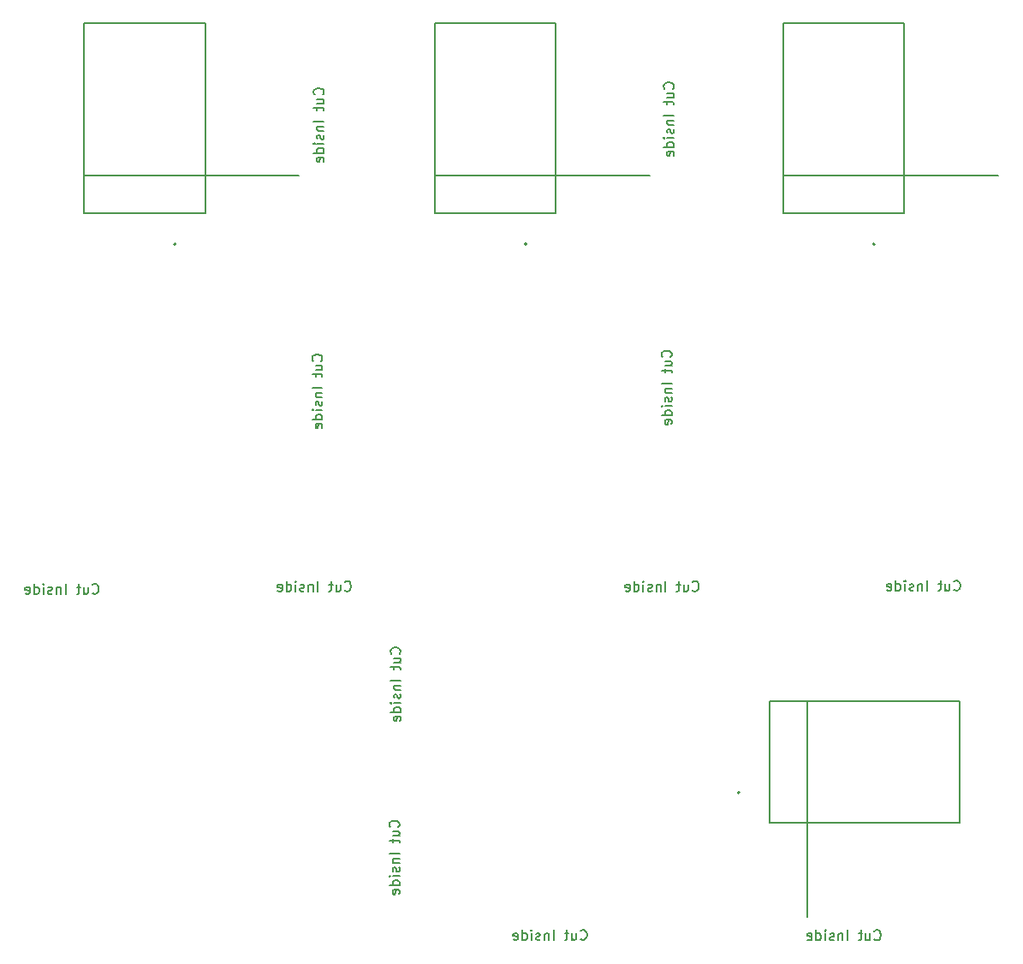
<source format=gbr>
G04 #@! TF.GenerationSoftware,KiCad,Pcbnew,5.1.9-73d0e3b20d~88~ubuntu20.04.1*
G04 #@! TF.CreationDate,2021-06-09T12:04:27-03:00*
G04 #@! TF.ProjectId,adaptador_db15_usb,61646170-7461-4646-9f72-5f646231355f,rev?*
G04 #@! TF.SameCoordinates,Original*
G04 #@! TF.FileFunction,Other,Fab,Bot*
%FSLAX46Y46*%
G04 Gerber Fmt 4.6, Leading zero omitted, Abs format (unit mm)*
G04 Created by KiCad (PCBNEW 5.1.9-73d0e3b20d~88~ubuntu20.04.1) date 2021-06-09 12:04:27*
%MOMM*%
%LPD*%
G01*
G04 APERTURE LIST*
%ADD10C,0.150000*%
%ADD11C,0.200000*%
%ADD12C,0.127000*%
G04 APERTURE END LIST*
D10*
X177747142Y-77996190D02*
X177794761Y-77948571D01*
X177842380Y-77805714D01*
X177842380Y-77710476D01*
X177794761Y-77567619D01*
X177699523Y-77472380D01*
X177604285Y-77424761D01*
X177413809Y-77377142D01*
X177270952Y-77377142D01*
X177080476Y-77424761D01*
X176985238Y-77472380D01*
X176890000Y-77567619D01*
X176842380Y-77710476D01*
X176842380Y-77805714D01*
X176890000Y-77948571D01*
X176937619Y-77996190D01*
X177175714Y-78853333D02*
X177842380Y-78853333D01*
X177175714Y-78424761D02*
X177699523Y-78424761D01*
X177794761Y-78472380D01*
X177842380Y-78567619D01*
X177842380Y-78710476D01*
X177794761Y-78805714D01*
X177747142Y-78853333D01*
X177175714Y-79186666D02*
X177175714Y-79567619D01*
X176842380Y-79329523D02*
X177699523Y-79329523D01*
X177794761Y-79377142D01*
X177842380Y-79472380D01*
X177842380Y-79567619D01*
X177842380Y-80662857D02*
X176842380Y-80662857D01*
X177175714Y-81139047D02*
X177842380Y-81139047D01*
X177270952Y-81139047D02*
X177223333Y-81186666D01*
X177175714Y-81281904D01*
X177175714Y-81424761D01*
X177223333Y-81520000D01*
X177318571Y-81567619D01*
X177842380Y-81567619D01*
X177794761Y-81996190D02*
X177842380Y-82091428D01*
X177842380Y-82281904D01*
X177794761Y-82377142D01*
X177699523Y-82424761D01*
X177651904Y-82424761D01*
X177556666Y-82377142D01*
X177509047Y-82281904D01*
X177509047Y-82139047D01*
X177461428Y-82043809D01*
X177366190Y-81996190D01*
X177318571Y-81996190D01*
X177223333Y-82043809D01*
X177175714Y-82139047D01*
X177175714Y-82281904D01*
X177223333Y-82377142D01*
X177842380Y-82853333D02*
X177175714Y-82853333D01*
X176842380Y-82853333D02*
X176890000Y-82805714D01*
X176937619Y-82853333D01*
X176890000Y-82900952D01*
X176842380Y-82853333D01*
X176937619Y-82853333D01*
X177842380Y-83758095D02*
X176842380Y-83758095D01*
X177794761Y-83758095D02*
X177842380Y-83662857D01*
X177842380Y-83472380D01*
X177794761Y-83377142D01*
X177747142Y-83329523D01*
X177651904Y-83281904D01*
X177366190Y-83281904D01*
X177270952Y-83329523D01*
X177223333Y-83377142D01*
X177175714Y-83472380D01*
X177175714Y-83662857D01*
X177223333Y-83758095D01*
X177794761Y-84615238D02*
X177842380Y-84520000D01*
X177842380Y-84329523D01*
X177794761Y-84234285D01*
X177699523Y-84186666D01*
X177318571Y-84186666D01*
X177223333Y-84234285D01*
X177175714Y-84329523D01*
X177175714Y-84520000D01*
X177223333Y-84615238D01*
X177318571Y-84662857D01*
X177413809Y-84662857D01*
X177509047Y-84186666D01*
X177957142Y-51476190D02*
X178004761Y-51428571D01*
X178052380Y-51285714D01*
X178052380Y-51190476D01*
X178004761Y-51047619D01*
X177909523Y-50952380D01*
X177814285Y-50904761D01*
X177623809Y-50857142D01*
X177480952Y-50857142D01*
X177290476Y-50904761D01*
X177195238Y-50952380D01*
X177100000Y-51047619D01*
X177052380Y-51190476D01*
X177052380Y-51285714D01*
X177100000Y-51428571D01*
X177147619Y-51476190D01*
X177385714Y-52333333D02*
X178052380Y-52333333D01*
X177385714Y-51904761D02*
X177909523Y-51904761D01*
X178004761Y-51952380D01*
X178052380Y-52047619D01*
X178052380Y-52190476D01*
X178004761Y-52285714D01*
X177957142Y-52333333D01*
X177385714Y-52666666D02*
X177385714Y-53047619D01*
X177052380Y-52809523D02*
X177909523Y-52809523D01*
X178004761Y-52857142D01*
X178052380Y-52952380D01*
X178052380Y-53047619D01*
X178052380Y-54142857D02*
X177052380Y-54142857D01*
X177385714Y-54619047D02*
X178052380Y-54619047D01*
X177480952Y-54619047D02*
X177433333Y-54666666D01*
X177385714Y-54761904D01*
X177385714Y-54904761D01*
X177433333Y-55000000D01*
X177528571Y-55047619D01*
X178052380Y-55047619D01*
X178004761Y-55476190D02*
X178052380Y-55571428D01*
X178052380Y-55761904D01*
X178004761Y-55857142D01*
X177909523Y-55904761D01*
X177861904Y-55904761D01*
X177766666Y-55857142D01*
X177719047Y-55761904D01*
X177719047Y-55619047D01*
X177671428Y-55523809D01*
X177576190Y-55476190D01*
X177528571Y-55476190D01*
X177433333Y-55523809D01*
X177385714Y-55619047D01*
X177385714Y-55761904D01*
X177433333Y-55857142D01*
X178052380Y-56333333D02*
X177385714Y-56333333D01*
X177052380Y-56333333D02*
X177100000Y-56285714D01*
X177147619Y-56333333D01*
X177100000Y-56380952D01*
X177052380Y-56333333D01*
X177147619Y-56333333D01*
X178052380Y-57238095D02*
X177052380Y-57238095D01*
X178004761Y-57238095D02*
X178052380Y-57142857D01*
X178052380Y-56952380D01*
X178004761Y-56857142D01*
X177957142Y-56809523D01*
X177861904Y-56761904D01*
X177576190Y-56761904D01*
X177480952Y-56809523D01*
X177433333Y-56857142D01*
X177385714Y-56952380D01*
X177385714Y-57142857D01*
X177433333Y-57238095D01*
X178004761Y-58095238D02*
X178052380Y-58000000D01*
X178052380Y-57809523D01*
X178004761Y-57714285D01*
X177909523Y-57666666D01*
X177528571Y-57666666D01*
X177433333Y-57714285D01*
X177385714Y-57809523D01*
X177385714Y-58000000D01*
X177433333Y-58095238D01*
X177528571Y-58142857D01*
X177623809Y-58142857D01*
X177719047Y-57666666D01*
X143337142Y-52056190D02*
X143384761Y-52008571D01*
X143432380Y-51865714D01*
X143432380Y-51770476D01*
X143384761Y-51627619D01*
X143289523Y-51532380D01*
X143194285Y-51484761D01*
X143003809Y-51437142D01*
X142860952Y-51437142D01*
X142670476Y-51484761D01*
X142575238Y-51532380D01*
X142480000Y-51627619D01*
X142432380Y-51770476D01*
X142432380Y-51865714D01*
X142480000Y-52008571D01*
X142527619Y-52056190D01*
X142765714Y-52913333D02*
X143432380Y-52913333D01*
X142765714Y-52484761D02*
X143289523Y-52484761D01*
X143384761Y-52532380D01*
X143432380Y-52627619D01*
X143432380Y-52770476D01*
X143384761Y-52865714D01*
X143337142Y-52913333D01*
X142765714Y-53246666D02*
X142765714Y-53627619D01*
X142432380Y-53389523D02*
X143289523Y-53389523D01*
X143384761Y-53437142D01*
X143432380Y-53532380D01*
X143432380Y-53627619D01*
X143432380Y-54722857D02*
X142432380Y-54722857D01*
X142765714Y-55199047D02*
X143432380Y-55199047D01*
X142860952Y-55199047D02*
X142813333Y-55246666D01*
X142765714Y-55341904D01*
X142765714Y-55484761D01*
X142813333Y-55580000D01*
X142908571Y-55627619D01*
X143432380Y-55627619D01*
X143384761Y-56056190D02*
X143432380Y-56151428D01*
X143432380Y-56341904D01*
X143384761Y-56437142D01*
X143289523Y-56484761D01*
X143241904Y-56484761D01*
X143146666Y-56437142D01*
X143099047Y-56341904D01*
X143099047Y-56199047D01*
X143051428Y-56103809D01*
X142956190Y-56056190D01*
X142908571Y-56056190D01*
X142813333Y-56103809D01*
X142765714Y-56199047D01*
X142765714Y-56341904D01*
X142813333Y-56437142D01*
X143432380Y-56913333D02*
X142765714Y-56913333D01*
X142432380Y-56913333D02*
X142480000Y-56865714D01*
X142527619Y-56913333D01*
X142480000Y-56960952D01*
X142432380Y-56913333D01*
X142527619Y-56913333D01*
X143432380Y-57818095D02*
X142432380Y-57818095D01*
X143384761Y-57818095D02*
X143432380Y-57722857D01*
X143432380Y-57532380D01*
X143384761Y-57437142D01*
X143337142Y-57389523D01*
X143241904Y-57341904D01*
X142956190Y-57341904D01*
X142860952Y-57389523D01*
X142813333Y-57437142D01*
X142765714Y-57532380D01*
X142765714Y-57722857D01*
X142813333Y-57818095D01*
X143384761Y-58675238D02*
X143432380Y-58580000D01*
X143432380Y-58389523D01*
X143384761Y-58294285D01*
X143289523Y-58246666D01*
X142908571Y-58246666D01*
X142813333Y-58294285D01*
X142765714Y-58389523D01*
X142765714Y-58580000D01*
X142813333Y-58675238D01*
X142908571Y-58722857D01*
X143003809Y-58722857D01*
X143099047Y-58246666D01*
X143187142Y-78396190D02*
X143234761Y-78348571D01*
X143282380Y-78205714D01*
X143282380Y-78110476D01*
X143234761Y-77967619D01*
X143139523Y-77872380D01*
X143044285Y-77824761D01*
X142853809Y-77777142D01*
X142710952Y-77777142D01*
X142520476Y-77824761D01*
X142425238Y-77872380D01*
X142330000Y-77967619D01*
X142282380Y-78110476D01*
X142282380Y-78205714D01*
X142330000Y-78348571D01*
X142377619Y-78396190D01*
X142615714Y-79253333D02*
X143282380Y-79253333D01*
X142615714Y-78824761D02*
X143139523Y-78824761D01*
X143234761Y-78872380D01*
X143282380Y-78967619D01*
X143282380Y-79110476D01*
X143234761Y-79205714D01*
X143187142Y-79253333D01*
X142615714Y-79586666D02*
X142615714Y-79967619D01*
X142282380Y-79729523D02*
X143139523Y-79729523D01*
X143234761Y-79777142D01*
X143282380Y-79872380D01*
X143282380Y-79967619D01*
X143282380Y-81062857D02*
X142282380Y-81062857D01*
X142615714Y-81539047D02*
X143282380Y-81539047D01*
X142710952Y-81539047D02*
X142663333Y-81586666D01*
X142615714Y-81681904D01*
X142615714Y-81824761D01*
X142663333Y-81920000D01*
X142758571Y-81967619D01*
X143282380Y-81967619D01*
X143234761Y-82396190D02*
X143282380Y-82491428D01*
X143282380Y-82681904D01*
X143234761Y-82777142D01*
X143139523Y-82824761D01*
X143091904Y-82824761D01*
X142996666Y-82777142D01*
X142949047Y-82681904D01*
X142949047Y-82539047D01*
X142901428Y-82443809D01*
X142806190Y-82396190D01*
X142758571Y-82396190D01*
X142663333Y-82443809D01*
X142615714Y-82539047D01*
X142615714Y-82681904D01*
X142663333Y-82777142D01*
X143282380Y-83253333D02*
X142615714Y-83253333D01*
X142282380Y-83253333D02*
X142330000Y-83205714D01*
X142377619Y-83253333D01*
X142330000Y-83300952D01*
X142282380Y-83253333D01*
X142377619Y-83253333D01*
X143282380Y-84158095D02*
X142282380Y-84158095D01*
X143234761Y-84158095D02*
X143282380Y-84062857D01*
X143282380Y-83872380D01*
X143234761Y-83777142D01*
X143187142Y-83729523D01*
X143091904Y-83681904D01*
X142806190Y-83681904D01*
X142710952Y-83729523D01*
X142663333Y-83777142D01*
X142615714Y-83872380D01*
X142615714Y-84062857D01*
X142663333Y-84158095D01*
X143234761Y-85015238D02*
X143282380Y-84920000D01*
X143282380Y-84729523D01*
X143234761Y-84634285D01*
X143139523Y-84586666D01*
X142758571Y-84586666D01*
X142663333Y-84634285D01*
X142615714Y-84729523D01*
X142615714Y-84920000D01*
X142663333Y-85015238D01*
X142758571Y-85062857D01*
X142853809Y-85062857D01*
X142949047Y-84586666D01*
X150937142Y-107356190D02*
X150984761Y-107308571D01*
X151032380Y-107165714D01*
X151032380Y-107070476D01*
X150984761Y-106927619D01*
X150889523Y-106832380D01*
X150794285Y-106784761D01*
X150603809Y-106737142D01*
X150460952Y-106737142D01*
X150270476Y-106784761D01*
X150175238Y-106832380D01*
X150080000Y-106927619D01*
X150032380Y-107070476D01*
X150032380Y-107165714D01*
X150080000Y-107308571D01*
X150127619Y-107356190D01*
X150365714Y-108213333D02*
X151032380Y-108213333D01*
X150365714Y-107784761D02*
X150889523Y-107784761D01*
X150984761Y-107832380D01*
X151032380Y-107927619D01*
X151032380Y-108070476D01*
X150984761Y-108165714D01*
X150937142Y-108213333D01*
X150365714Y-108546666D02*
X150365714Y-108927619D01*
X150032380Y-108689523D02*
X150889523Y-108689523D01*
X150984761Y-108737142D01*
X151032380Y-108832380D01*
X151032380Y-108927619D01*
X151032380Y-110022857D02*
X150032380Y-110022857D01*
X150365714Y-110499047D02*
X151032380Y-110499047D01*
X150460952Y-110499047D02*
X150413333Y-110546666D01*
X150365714Y-110641904D01*
X150365714Y-110784761D01*
X150413333Y-110880000D01*
X150508571Y-110927619D01*
X151032380Y-110927619D01*
X150984761Y-111356190D02*
X151032380Y-111451428D01*
X151032380Y-111641904D01*
X150984761Y-111737142D01*
X150889523Y-111784761D01*
X150841904Y-111784761D01*
X150746666Y-111737142D01*
X150699047Y-111641904D01*
X150699047Y-111499047D01*
X150651428Y-111403809D01*
X150556190Y-111356190D01*
X150508571Y-111356190D01*
X150413333Y-111403809D01*
X150365714Y-111499047D01*
X150365714Y-111641904D01*
X150413333Y-111737142D01*
X151032380Y-112213333D02*
X150365714Y-112213333D01*
X150032380Y-112213333D02*
X150080000Y-112165714D01*
X150127619Y-112213333D01*
X150080000Y-112260952D01*
X150032380Y-112213333D01*
X150127619Y-112213333D01*
X151032380Y-113118095D02*
X150032380Y-113118095D01*
X150984761Y-113118095D02*
X151032380Y-113022857D01*
X151032380Y-112832380D01*
X150984761Y-112737142D01*
X150937142Y-112689523D01*
X150841904Y-112641904D01*
X150556190Y-112641904D01*
X150460952Y-112689523D01*
X150413333Y-112737142D01*
X150365714Y-112832380D01*
X150365714Y-113022857D01*
X150413333Y-113118095D01*
X150984761Y-113975238D02*
X151032380Y-113880000D01*
X151032380Y-113689523D01*
X150984761Y-113594285D01*
X150889523Y-113546666D01*
X150508571Y-113546666D01*
X150413333Y-113594285D01*
X150365714Y-113689523D01*
X150365714Y-113880000D01*
X150413333Y-113975238D01*
X150508571Y-114022857D01*
X150603809Y-114022857D01*
X150699047Y-113546666D01*
X150817142Y-124486190D02*
X150864761Y-124438571D01*
X150912380Y-124295714D01*
X150912380Y-124200476D01*
X150864761Y-124057619D01*
X150769523Y-123962380D01*
X150674285Y-123914761D01*
X150483809Y-123867142D01*
X150340952Y-123867142D01*
X150150476Y-123914761D01*
X150055238Y-123962380D01*
X149960000Y-124057619D01*
X149912380Y-124200476D01*
X149912380Y-124295714D01*
X149960000Y-124438571D01*
X150007619Y-124486190D01*
X150245714Y-125343333D02*
X150912380Y-125343333D01*
X150245714Y-124914761D02*
X150769523Y-124914761D01*
X150864761Y-124962380D01*
X150912380Y-125057619D01*
X150912380Y-125200476D01*
X150864761Y-125295714D01*
X150817142Y-125343333D01*
X150245714Y-125676666D02*
X150245714Y-126057619D01*
X149912380Y-125819523D02*
X150769523Y-125819523D01*
X150864761Y-125867142D01*
X150912380Y-125962380D01*
X150912380Y-126057619D01*
X150912380Y-127152857D02*
X149912380Y-127152857D01*
X150245714Y-127629047D02*
X150912380Y-127629047D01*
X150340952Y-127629047D02*
X150293333Y-127676666D01*
X150245714Y-127771904D01*
X150245714Y-127914761D01*
X150293333Y-128010000D01*
X150388571Y-128057619D01*
X150912380Y-128057619D01*
X150864761Y-128486190D02*
X150912380Y-128581428D01*
X150912380Y-128771904D01*
X150864761Y-128867142D01*
X150769523Y-128914761D01*
X150721904Y-128914761D01*
X150626666Y-128867142D01*
X150579047Y-128771904D01*
X150579047Y-128629047D01*
X150531428Y-128533809D01*
X150436190Y-128486190D01*
X150388571Y-128486190D01*
X150293333Y-128533809D01*
X150245714Y-128629047D01*
X150245714Y-128771904D01*
X150293333Y-128867142D01*
X150912380Y-129343333D02*
X150245714Y-129343333D01*
X149912380Y-129343333D02*
X149960000Y-129295714D01*
X150007619Y-129343333D01*
X149960000Y-129390952D01*
X149912380Y-129343333D01*
X150007619Y-129343333D01*
X150912380Y-130248095D02*
X149912380Y-130248095D01*
X150864761Y-130248095D02*
X150912380Y-130152857D01*
X150912380Y-129962380D01*
X150864761Y-129867142D01*
X150817142Y-129819523D01*
X150721904Y-129771904D01*
X150436190Y-129771904D01*
X150340952Y-129819523D01*
X150293333Y-129867142D01*
X150245714Y-129962380D01*
X150245714Y-130152857D01*
X150293333Y-130248095D01*
X150864761Y-131105238D02*
X150912380Y-131010000D01*
X150912380Y-130819523D01*
X150864761Y-130724285D01*
X150769523Y-130676666D01*
X150388571Y-130676666D01*
X150293333Y-130724285D01*
X150245714Y-130819523D01*
X150245714Y-131010000D01*
X150293333Y-131105238D01*
X150388571Y-131152857D01*
X150483809Y-131152857D01*
X150579047Y-130676666D01*
X168833809Y-135567142D02*
X168881428Y-135614761D01*
X169024285Y-135662380D01*
X169119523Y-135662380D01*
X169262380Y-135614761D01*
X169357619Y-135519523D01*
X169405238Y-135424285D01*
X169452857Y-135233809D01*
X169452857Y-135090952D01*
X169405238Y-134900476D01*
X169357619Y-134805238D01*
X169262380Y-134710000D01*
X169119523Y-134662380D01*
X169024285Y-134662380D01*
X168881428Y-134710000D01*
X168833809Y-134757619D01*
X167976666Y-134995714D02*
X167976666Y-135662380D01*
X168405238Y-134995714D02*
X168405238Y-135519523D01*
X168357619Y-135614761D01*
X168262380Y-135662380D01*
X168119523Y-135662380D01*
X168024285Y-135614761D01*
X167976666Y-135567142D01*
X167643333Y-134995714D02*
X167262380Y-134995714D01*
X167500476Y-134662380D02*
X167500476Y-135519523D01*
X167452857Y-135614761D01*
X167357619Y-135662380D01*
X167262380Y-135662380D01*
X166167142Y-135662380D02*
X166167142Y-134662380D01*
X165690952Y-134995714D02*
X165690952Y-135662380D01*
X165690952Y-135090952D02*
X165643333Y-135043333D01*
X165548095Y-134995714D01*
X165405238Y-134995714D01*
X165310000Y-135043333D01*
X165262380Y-135138571D01*
X165262380Y-135662380D01*
X164833809Y-135614761D02*
X164738571Y-135662380D01*
X164548095Y-135662380D01*
X164452857Y-135614761D01*
X164405238Y-135519523D01*
X164405238Y-135471904D01*
X164452857Y-135376666D01*
X164548095Y-135329047D01*
X164690952Y-135329047D01*
X164786190Y-135281428D01*
X164833809Y-135186190D01*
X164833809Y-135138571D01*
X164786190Y-135043333D01*
X164690952Y-134995714D01*
X164548095Y-134995714D01*
X164452857Y-135043333D01*
X163976666Y-135662380D02*
X163976666Y-134995714D01*
X163976666Y-134662380D02*
X164024285Y-134710000D01*
X163976666Y-134757619D01*
X163929047Y-134710000D01*
X163976666Y-134662380D01*
X163976666Y-134757619D01*
X163071904Y-135662380D02*
X163071904Y-134662380D01*
X163071904Y-135614761D02*
X163167142Y-135662380D01*
X163357619Y-135662380D01*
X163452857Y-135614761D01*
X163500476Y-135567142D01*
X163548095Y-135471904D01*
X163548095Y-135186190D01*
X163500476Y-135090952D01*
X163452857Y-135043333D01*
X163357619Y-134995714D01*
X163167142Y-134995714D01*
X163071904Y-135043333D01*
X162214761Y-135614761D02*
X162310000Y-135662380D01*
X162500476Y-135662380D01*
X162595714Y-135614761D01*
X162643333Y-135519523D01*
X162643333Y-135138571D01*
X162595714Y-135043333D01*
X162500476Y-134995714D01*
X162310000Y-134995714D01*
X162214761Y-135043333D01*
X162167142Y-135138571D01*
X162167142Y-135233809D01*
X162643333Y-135329047D01*
X197893809Y-135597142D02*
X197941428Y-135644761D01*
X198084285Y-135692380D01*
X198179523Y-135692380D01*
X198322380Y-135644761D01*
X198417619Y-135549523D01*
X198465238Y-135454285D01*
X198512857Y-135263809D01*
X198512857Y-135120952D01*
X198465238Y-134930476D01*
X198417619Y-134835238D01*
X198322380Y-134740000D01*
X198179523Y-134692380D01*
X198084285Y-134692380D01*
X197941428Y-134740000D01*
X197893809Y-134787619D01*
X197036666Y-135025714D02*
X197036666Y-135692380D01*
X197465238Y-135025714D02*
X197465238Y-135549523D01*
X197417619Y-135644761D01*
X197322380Y-135692380D01*
X197179523Y-135692380D01*
X197084285Y-135644761D01*
X197036666Y-135597142D01*
X196703333Y-135025714D02*
X196322380Y-135025714D01*
X196560476Y-134692380D02*
X196560476Y-135549523D01*
X196512857Y-135644761D01*
X196417619Y-135692380D01*
X196322380Y-135692380D01*
X195227142Y-135692380D02*
X195227142Y-134692380D01*
X194750952Y-135025714D02*
X194750952Y-135692380D01*
X194750952Y-135120952D02*
X194703333Y-135073333D01*
X194608095Y-135025714D01*
X194465238Y-135025714D01*
X194370000Y-135073333D01*
X194322380Y-135168571D01*
X194322380Y-135692380D01*
X193893809Y-135644761D02*
X193798571Y-135692380D01*
X193608095Y-135692380D01*
X193512857Y-135644761D01*
X193465238Y-135549523D01*
X193465238Y-135501904D01*
X193512857Y-135406666D01*
X193608095Y-135359047D01*
X193750952Y-135359047D01*
X193846190Y-135311428D01*
X193893809Y-135216190D01*
X193893809Y-135168571D01*
X193846190Y-135073333D01*
X193750952Y-135025714D01*
X193608095Y-135025714D01*
X193512857Y-135073333D01*
X193036666Y-135692380D02*
X193036666Y-135025714D01*
X193036666Y-134692380D02*
X193084285Y-134740000D01*
X193036666Y-134787619D01*
X192989047Y-134740000D01*
X193036666Y-134692380D01*
X193036666Y-134787619D01*
X192131904Y-135692380D02*
X192131904Y-134692380D01*
X192131904Y-135644761D02*
X192227142Y-135692380D01*
X192417619Y-135692380D01*
X192512857Y-135644761D01*
X192560476Y-135597142D01*
X192608095Y-135501904D01*
X192608095Y-135216190D01*
X192560476Y-135120952D01*
X192512857Y-135073333D01*
X192417619Y-135025714D01*
X192227142Y-135025714D01*
X192131904Y-135073333D01*
X191274761Y-135644761D02*
X191370000Y-135692380D01*
X191560476Y-135692380D01*
X191655714Y-135644761D01*
X191703333Y-135549523D01*
X191703333Y-135168571D01*
X191655714Y-135073333D01*
X191560476Y-135025714D01*
X191370000Y-135025714D01*
X191274761Y-135073333D01*
X191227142Y-135168571D01*
X191227142Y-135263809D01*
X191703333Y-135359047D01*
X205763809Y-101027142D02*
X205811428Y-101074761D01*
X205954285Y-101122380D01*
X206049523Y-101122380D01*
X206192380Y-101074761D01*
X206287619Y-100979523D01*
X206335238Y-100884285D01*
X206382857Y-100693809D01*
X206382857Y-100550952D01*
X206335238Y-100360476D01*
X206287619Y-100265238D01*
X206192380Y-100170000D01*
X206049523Y-100122380D01*
X205954285Y-100122380D01*
X205811428Y-100170000D01*
X205763809Y-100217619D01*
X204906666Y-100455714D02*
X204906666Y-101122380D01*
X205335238Y-100455714D02*
X205335238Y-100979523D01*
X205287619Y-101074761D01*
X205192380Y-101122380D01*
X205049523Y-101122380D01*
X204954285Y-101074761D01*
X204906666Y-101027142D01*
X204573333Y-100455714D02*
X204192380Y-100455714D01*
X204430476Y-100122380D02*
X204430476Y-100979523D01*
X204382857Y-101074761D01*
X204287619Y-101122380D01*
X204192380Y-101122380D01*
X203097142Y-101122380D02*
X203097142Y-100122380D01*
X202620952Y-100455714D02*
X202620952Y-101122380D01*
X202620952Y-100550952D02*
X202573333Y-100503333D01*
X202478095Y-100455714D01*
X202335238Y-100455714D01*
X202240000Y-100503333D01*
X202192380Y-100598571D01*
X202192380Y-101122380D01*
X201763809Y-101074761D02*
X201668571Y-101122380D01*
X201478095Y-101122380D01*
X201382857Y-101074761D01*
X201335238Y-100979523D01*
X201335238Y-100931904D01*
X201382857Y-100836666D01*
X201478095Y-100789047D01*
X201620952Y-100789047D01*
X201716190Y-100741428D01*
X201763809Y-100646190D01*
X201763809Y-100598571D01*
X201716190Y-100503333D01*
X201620952Y-100455714D01*
X201478095Y-100455714D01*
X201382857Y-100503333D01*
X200906666Y-101122380D02*
X200906666Y-100455714D01*
X200906666Y-100122380D02*
X200954285Y-100170000D01*
X200906666Y-100217619D01*
X200859047Y-100170000D01*
X200906666Y-100122380D01*
X200906666Y-100217619D01*
X200001904Y-101122380D02*
X200001904Y-100122380D01*
X200001904Y-101074761D02*
X200097142Y-101122380D01*
X200287619Y-101122380D01*
X200382857Y-101074761D01*
X200430476Y-101027142D01*
X200478095Y-100931904D01*
X200478095Y-100646190D01*
X200430476Y-100550952D01*
X200382857Y-100503333D01*
X200287619Y-100455714D01*
X200097142Y-100455714D01*
X200001904Y-100503333D01*
X199144761Y-101074761D02*
X199240000Y-101122380D01*
X199430476Y-101122380D01*
X199525714Y-101074761D01*
X199573333Y-100979523D01*
X199573333Y-100598571D01*
X199525714Y-100503333D01*
X199430476Y-100455714D01*
X199240000Y-100455714D01*
X199144761Y-100503333D01*
X199097142Y-100598571D01*
X199097142Y-100693809D01*
X199573333Y-100789047D01*
X179893809Y-101077142D02*
X179941428Y-101124761D01*
X180084285Y-101172380D01*
X180179523Y-101172380D01*
X180322380Y-101124761D01*
X180417619Y-101029523D01*
X180465238Y-100934285D01*
X180512857Y-100743809D01*
X180512857Y-100600952D01*
X180465238Y-100410476D01*
X180417619Y-100315238D01*
X180322380Y-100220000D01*
X180179523Y-100172380D01*
X180084285Y-100172380D01*
X179941428Y-100220000D01*
X179893809Y-100267619D01*
X179036666Y-100505714D02*
X179036666Y-101172380D01*
X179465238Y-100505714D02*
X179465238Y-101029523D01*
X179417619Y-101124761D01*
X179322380Y-101172380D01*
X179179523Y-101172380D01*
X179084285Y-101124761D01*
X179036666Y-101077142D01*
X178703333Y-100505714D02*
X178322380Y-100505714D01*
X178560476Y-100172380D02*
X178560476Y-101029523D01*
X178512857Y-101124761D01*
X178417619Y-101172380D01*
X178322380Y-101172380D01*
X177227142Y-101172380D02*
X177227142Y-100172380D01*
X176750952Y-100505714D02*
X176750952Y-101172380D01*
X176750952Y-100600952D02*
X176703333Y-100553333D01*
X176608095Y-100505714D01*
X176465238Y-100505714D01*
X176370000Y-100553333D01*
X176322380Y-100648571D01*
X176322380Y-101172380D01*
X175893809Y-101124761D02*
X175798571Y-101172380D01*
X175608095Y-101172380D01*
X175512857Y-101124761D01*
X175465238Y-101029523D01*
X175465238Y-100981904D01*
X175512857Y-100886666D01*
X175608095Y-100839047D01*
X175750952Y-100839047D01*
X175846190Y-100791428D01*
X175893809Y-100696190D01*
X175893809Y-100648571D01*
X175846190Y-100553333D01*
X175750952Y-100505714D01*
X175608095Y-100505714D01*
X175512857Y-100553333D01*
X175036666Y-101172380D02*
X175036666Y-100505714D01*
X175036666Y-100172380D02*
X175084285Y-100220000D01*
X175036666Y-100267619D01*
X174989047Y-100220000D01*
X175036666Y-100172380D01*
X175036666Y-100267619D01*
X174131904Y-101172380D02*
X174131904Y-100172380D01*
X174131904Y-101124761D02*
X174227142Y-101172380D01*
X174417619Y-101172380D01*
X174512857Y-101124761D01*
X174560476Y-101077142D01*
X174608095Y-100981904D01*
X174608095Y-100696190D01*
X174560476Y-100600952D01*
X174512857Y-100553333D01*
X174417619Y-100505714D01*
X174227142Y-100505714D01*
X174131904Y-100553333D01*
X173274761Y-101124761D02*
X173370000Y-101172380D01*
X173560476Y-101172380D01*
X173655714Y-101124761D01*
X173703333Y-101029523D01*
X173703333Y-100648571D01*
X173655714Y-100553333D01*
X173560476Y-100505714D01*
X173370000Y-100505714D01*
X173274761Y-100553333D01*
X173227142Y-100648571D01*
X173227142Y-100743809D01*
X173703333Y-100839047D01*
X145503809Y-101077142D02*
X145551428Y-101124761D01*
X145694285Y-101172380D01*
X145789523Y-101172380D01*
X145932380Y-101124761D01*
X146027619Y-101029523D01*
X146075238Y-100934285D01*
X146122857Y-100743809D01*
X146122857Y-100600952D01*
X146075238Y-100410476D01*
X146027619Y-100315238D01*
X145932380Y-100220000D01*
X145789523Y-100172380D01*
X145694285Y-100172380D01*
X145551428Y-100220000D01*
X145503809Y-100267619D01*
X144646666Y-100505714D02*
X144646666Y-101172380D01*
X145075238Y-100505714D02*
X145075238Y-101029523D01*
X145027619Y-101124761D01*
X144932380Y-101172380D01*
X144789523Y-101172380D01*
X144694285Y-101124761D01*
X144646666Y-101077142D01*
X144313333Y-100505714D02*
X143932380Y-100505714D01*
X144170476Y-100172380D02*
X144170476Y-101029523D01*
X144122857Y-101124761D01*
X144027619Y-101172380D01*
X143932380Y-101172380D01*
X142837142Y-101172380D02*
X142837142Y-100172380D01*
X142360952Y-100505714D02*
X142360952Y-101172380D01*
X142360952Y-100600952D02*
X142313333Y-100553333D01*
X142218095Y-100505714D01*
X142075238Y-100505714D01*
X141980000Y-100553333D01*
X141932380Y-100648571D01*
X141932380Y-101172380D01*
X141503809Y-101124761D02*
X141408571Y-101172380D01*
X141218095Y-101172380D01*
X141122857Y-101124761D01*
X141075238Y-101029523D01*
X141075238Y-100981904D01*
X141122857Y-100886666D01*
X141218095Y-100839047D01*
X141360952Y-100839047D01*
X141456190Y-100791428D01*
X141503809Y-100696190D01*
X141503809Y-100648571D01*
X141456190Y-100553333D01*
X141360952Y-100505714D01*
X141218095Y-100505714D01*
X141122857Y-100553333D01*
X140646666Y-101172380D02*
X140646666Y-100505714D01*
X140646666Y-100172380D02*
X140694285Y-100220000D01*
X140646666Y-100267619D01*
X140599047Y-100220000D01*
X140646666Y-100172380D01*
X140646666Y-100267619D01*
X139741904Y-101172380D02*
X139741904Y-100172380D01*
X139741904Y-101124761D02*
X139837142Y-101172380D01*
X140027619Y-101172380D01*
X140122857Y-101124761D01*
X140170476Y-101077142D01*
X140218095Y-100981904D01*
X140218095Y-100696190D01*
X140170476Y-100600952D01*
X140122857Y-100553333D01*
X140027619Y-100505714D01*
X139837142Y-100505714D01*
X139741904Y-100553333D01*
X138884761Y-101124761D02*
X138980000Y-101172380D01*
X139170476Y-101172380D01*
X139265714Y-101124761D01*
X139313333Y-101029523D01*
X139313333Y-100648571D01*
X139265714Y-100553333D01*
X139170476Y-100505714D01*
X138980000Y-100505714D01*
X138884761Y-100553333D01*
X138837142Y-100648571D01*
X138837142Y-100743809D01*
X139313333Y-100839047D01*
X120563809Y-101337142D02*
X120611428Y-101384761D01*
X120754285Y-101432380D01*
X120849523Y-101432380D01*
X120992380Y-101384761D01*
X121087619Y-101289523D01*
X121135238Y-101194285D01*
X121182857Y-101003809D01*
X121182857Y-100860952D01*
X121135238Y-100670476D01*
X121087619Y-100575238D01*
X120992380Y-100480000D01*
X120849523Y-100432380D01*
X120754285Y-100432380D01*
X120611428Y-100480000D01*
X120563809Y-100527619D01*
X119706666Y-100765714D02*
X119706666Y-101432380D01*
X120135238Y-100765714D02*
X120135238Y-101289523D01*
X120087619Y-101384761D01*
X119992380Y-101432380D01*
X119849523Y-101432380D01*
X119754285Y-101384761D01*
X119706666Y-101337142D01*
X119373333Y-100765714D02*
X118992380Y-100765714D01*
X119230476Y-100432380D02*
X119230476Y-101289523D01*
X119182857Y-101384761D01*
X119087619Y-101432380D01*
X118992380Y-101432380D01*
X117897142Y-101432380D02*
X117897142Y-100432380D01*
X117420952Y-100765714D02*
X117420952Y-101432380D01*
X117420952Y-100860952D02*
X117373333Y-100813333D01*
X117278095Y-100765714D01*
X117135238Y-100765714D01*
X117040000Y-100813333D01*
X116992380Y-100908571D01*
X116992380Y-101432380D01*
X116563809Y-101384761D02*
X116468571Y-101432380D01*
X116278095Y-101432380D01*
X116182857Y-101384761D01*
X116135238Y-101289523D01*
X116135238Y-101241904D01*
X116182857Y-101146666D01*
X116278095Y-101099047D01*
X116420952Y-101099047D01*
X116516190Y-101051428D01*
X116563809Y-100956190D01*
X116563809Y-100908571D01*
X116516190Y-100813333D01*
X116420952Y-100765714D01*
X116278095Y-100765714D01*
X116182857Y-100813333D01*
X115706666Y-101432380D02*
X115706666Y-100765714D01*
X115706666Y-100432380D02*
X115754285Y-100480000D01*
X115706666Y-100527619D01*
X115659047Y-100480000D01*
X115706666Y-100432380D01*
X115706666Y-100527619D01*
X114801904Y-101432380D02*
X114801904Y-100432380D01*
X114801904Y-101384761D02*
X114897142Y-101432380D01*
X115087619Y-101432380D01*
X115182857Y-101384761D01*
X115230476Y-101337142D01*
X115278095Y-101241904D01*
X115278095Y-100956190D01*
X115230476Y-100860952D01*
X115182857Y-100813333D01*
X115087619Y-100765714D01*
X114897142Y-100765714D01*
X114801904Y-100813333D01*
X113944761Y-101384761D02*
X114040000Y-101432380D01*
X114230476Y-101432380D01*
X114325714Y-101384761D01*
X114373333Y-101289523D01*
X114373333Y-100908571D01*
X114325714Y-100813333D01*
X114230476Y-100765714D01*
X114040000Y-100765714D01*
X113944761Y-100813333D01*
X113897142Y-100908571D01*
X113897142Y-101003809D01*
X114373333Y-101099047D01*
D11*
X163495000Y-66845000D02*
G75*
G03*
X163495000Y-66845000I-100000J0D01*
G01*
D12*
X166395000Y-60045000D02*
X175695000Y-60045000D01*
X166395000Y-60045000D02*
X154395000Y-60045000D01*
X154395000Y-60045000D02*
X154395000Y-63745000D01*
X154395000Y-44995000D02*
X154395000Y-60045000D01*
X166395000Y-44995000D02*
X154395000Y-44995000D01*
X166395000Y-60045000D02*
X166395000Y-44995000D01*
X166395000Y-63745000D02*
X166395000Y-60045000D01*
X154395000Y-63745000D02*
X166395000Y-63745000D01*
X187545000Y-112075000D02*
X187545000Y-124075000D01*
X187545000Y-124075000D02*
X191245000Y-124075000D01*
X191245000Y-124075000D02*
X206295000Y-124075000D01*
X206295000Y-124075000D02*
X206295000Y-112075000D01*
X206295000Y-112075000D02*
X191245000Y-112075000D01*
X191245000Y-112075000D02*
X187545000Y-112075000D01*
X191245000Y-124075000D02*
X191245000Y-112075000D01*
X191245000Y-124075000D02*
X191245000Y-133375000D01*
D11*
X184545000Y-121075000D02*
G75*
G03*
X184545000Y-121075000I-100000J0D01*
G01*
X197945000Y-66845000D02*
G75*
G03*
X197945000Y-66845000I-100000J0D01*
G01*
D12*
X200845000Y-60045000D02*
X210145000Y-60045000D01*
X200845000Y-60045000D02*
X188845000Y-60045000D01*
X188845000Y-60045000D02*
X188845000Y-63745000D01*
X188845000Y-44995000D02*
X188845000Y-60045000D01*
X200845000Y-44995000D02*
X188845000Y-44995000D01*
X200845000Y-60045000D02*
X200845000Y-44995000D01*
X200845000Y-63745000D02*
X200845000Y-60045000D01*
X188845000Y-63745000D02*
X200845000Y-63745000D01*
X119695000Y-63745000D02*
X131695000Y-63745000D01*
X131695000Y-63745000D02*
X131695000Y-60045000D01*
X131695000Y-60045000D02*
X131695000Y-44995000D01*
X131695000Y-44995000D02*
X119695000Y-44995000D01*
X119695000Y-44995000D02*
X119695000Y-60045000D01*
X119695000Y-60045000D02*
X119695000Y-63745000D01*
X131695000Y-60045000D02*
X119695000Y-60045000D01*
X131695000Y-60045000D02*
X140995000Y-60045000D01*
D11*
X128795000Y-66845000D02*
G75*
G03*
X128795000Y-66845000I-100000J0D01*
G01*
M02*

</source>
